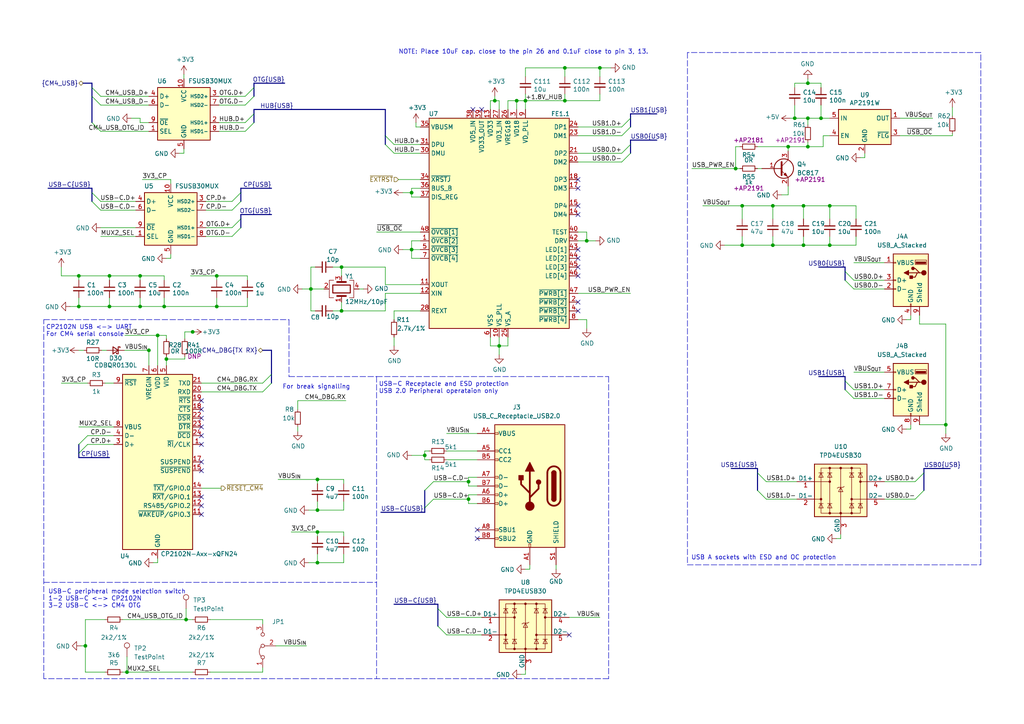
<source format=kicad_sch>
(kicad_sch (version 20211123) (generator eeschema)
  (paper "A4")
  (title_block (title "USB 2.0 host/USB 2.0 device") (date "2022-04-27") (rev "1.2b") (company "Nabu Casa") (comment 1 "www.nabucasa.com") (comment 2 "Yellow"))
  (bus_alias "I2C" (members "SDA" "SCL"))
  (bus_alias "CM4_USB" (members "CM4_USB_D+" "CM4_USB_D-" "CM4_USB_OTG_ID"))
  (bus_alias "USB" (members "D+" "D-"))
  (junction (at 215.265 71.12) (diameter 0.9144))
  (junction (at 31.75 80.01) (diameter 0.9144))
  (junction (at 92.075 139.065) (diameter 0.9144))
  (junction (at 40.64 80.01) (diameter 0.9144))
  (junction (at 149.86 29.21) (diameter 0.9144))
  (junction (at 213.36 48.895))
  (junction (at 22.86 88.9) (diameter 0.9144))
  (junction (at 215.265 59.69) (diameter 0.9144))
  (junction (at 233.045 71.12) (diameter 0.9144))
  (junction (at 119.38 55.88) (diameter 0.9144))
  (junction (at 24.765 187.325) (diameter 0.9144))
  (junction (at 240.665 59.69) (diameter 0.9144))
  (junction (at 53.975 179.705) (diameter 0.9144))
  (junction (at 234.315 24.13) (diameter 0.9144))
  (junction (at 92.075 154.305) (diameter 0.9144))
  (junction (at 224.155 71.12) (diameter 0.9144))
  (junction (at 92.075 147.955) (diameter 0.9144))
  (junction (at 228.6 42.545))
  (junction (at 173.99 19.685) (diameter 0.9144))
  (junction (at 45.72 97.282))
  (junction (at 234.315 42.545))
  (junction (at 230.505 34.29) (diameter 0.9144))
  (junction (at 135.89 144.78) (diameter 0.9144))
  (junction (at 143.51 29.21) (diameter 0.9144))
  (junction (at 43.18 101.6))
  (junction (at 233.045 59.69) (diameter 0.9144))
  (junction (at 62.865 88.9) (diameter 0.9144))
  (junction (at 144.78 100.33) (diameter 0.9144))
  (junction (at 90.17 83.82) (diameter 0.9144))
  (junction (at 99.06 90.17) (diameter 0.9144))
  (junction (at 119.38 72.39) (diameter 0.9144))
  (junction (at 152.4 29.21) (diameter 0.9144))
  (junction (at 123.19 132.08) (diameter 0.9144))
  (junction (at 135.89 139.7) (diameter 0.9144))
  (junction (at 40.64 88.9) (diameter 0.9144))
  (junction (at 170.18 69.85) (diameter 0.9144))
  (junction (at 55.88 96.266))
  (junction (at 238.125 34.29) (diameter 0.9144))
  (junction (at 31.75 88.9) (diameter 0.9144))
  (junction (at 99.06 77.47) (diameter 0.9144))
  (junction (at 48.26 104.14))
  (junction (at 240.665 71.12) (diameter 0.9144))
  (junction (at 224.155 59.69) (diameter 0.9144))
  (junction (at 47.625 88.9) (diameter 0.9144))
  (junction (at 274.32 123.19) (diameter 0.9144))
  (junction (at 163.83 19.685) (diameter 0.9144))
  (junction (at 92.075 163.195) (diameter 0.9144))
  (junction (at 36.83 194.945) (diameter 0.9144))
  (junction (at 163.83 29.21) (diameter 0.9144))
  (junction (at 234.315 34.29))
  (junction (at 62.865 80.01) (diameter 0.9144))
  (junction (at 22.86 80.01) (diameter 0.9144))
  (no_connect (at 167.64 77.47))
  (no_connect (at 138.43 153.67))
  (no_connect (at 167.64 87.63))
  (no_connect (at 138.43 156.21))
  (no_connect (at 167.64 90.17))
  (no_connect (at 58.42 126.365))
  (no_connect (at 58.42 116.205))
  (no_connect (at 58.42 118.745))
  (no_connect (at 58.42 121.285))
  (no_connect (at 58.42 123.825))
  (no_connect (at 58.42 128.905))
  (no_connect (at 58.42 133.985))
  (no_connect (at 58.42 136.525))
  (no_connect (at 58.42 144.145))
  (no_connect (at 58.42 146.685))
  (no_connect (at 58.42 149.225))
  (no_connect (at 167.64 54.61))
  (no_connect (at 167.64 80.01))
  (no_connect (at 165.1 184.15))
  (no_connect (at 139.7 31.75))
  (no_connect (at 137.16 31.75))
  (no_connect (at 167.64 72.39))
  (no_connect (at 167.64 74.93))
  (no_connect (at 167.64 52.07))
  (no_connect (at 167.64 62.23))
  (no_connect (at 167.64 59.69))
  (bus_entry (at 180.34 36.83) (size 2.54 -2.54) (stroke (width 0.1524)))
  (bus_entry (at 180.34 44.45) (size 2.54 -2.54) (stroke (width 0.1524)))
  (bus_entry (at 76.2 113.665) (size 2.54 -2.54) (stroke (width 0.1524)))
  (bus_entry (at 222.25 144.78) (size -2.54 -2.54) (stroke (width 0.1524)))
  (bus_entry (at 73.66 25.4) (size -2.54 2.54) (stroke (width 0.1524)))
  (bus_entry (at 180.34 46.99) (size 2.54 -2.54) (stroke (width 0.1524)))
  (bus_entry (at 69.85 63.5) (size -2.54 2.54) (stroke (width 0.1524)))
  (bus_entry (at 69.85 66.04) (size -2.54 2.54) (stroke (width 0.1524)))
  (bus_entry (at 123.19 142.24) (size 2.54 -2.54) (stroke (width 0.1524)))
  (bus_entry (at 265.43 144.78) (size 2.54 -2.54) (stroke (width 0.1524)))
  (bus_entry (at 26.67 27.94) (size 2.54 2.54) (stroke (width 0.1524)))
  (bus_entry (at 22.86 131.445) (size 2.54 -2.54) (stroke (width 0.1524)))
  (bus_entry (at 69.85 58.42) (size -2.54 2.54) (stroke (width 0.1524)))
  (bus_entry (at 123.19 147.32) (size 2.54 -2.54) (stroke (width 0.1524)))
  (bus_entry (at 222.25 139.7) (size -2.54 -2.54) (stroke (width 0.1524)))
  (bus_entry (at 69.85 55.88) (size -2.54 2.54) (stroke (width 0.1524)))
  (bus_entry (at 73.66 33.02) (size -2.54 2.54) (stroke (width 0.1524)))
  (bus_entry (at 26.67 58.42) (size 2.54 2.54) (stroke (width 0.1524)))
  (bus_entry (at 73.66 27.94) (size -2.54 2.54) (stroke (width 0.1524)))
  (bus_entry (at 127 181.61) (size 2.54 2.54) (stroke (width 0.1524)))
  (bus_entry (at 180.34 39.37) (size 2.54 -2.54) (stroke (width 0.1524)))
  (bus_entry (at 247.65 115.57) (size -2.54 -2.54) (stroke (width 0.1524)))
  (bus_entry (at 26.67 35.56) (size 2.54 2.54) (stroke (width 0.1524)))
  (bus_entry (at 247.65 83.82) (size -2.54 -2.54) (stroke (width 0.1524)))
  (bus_entry (at 26.67 55.88) (size 2.54 2.54) (stroke (width 0.1524)))
  (bus_entry (at 73.66 35.56) (size -2.54 2.54) (stroke (width 0.1524)))
  (bus_entry (at 111.76 41.91) (size 2.54 2.54) (stroke (width 0.1524)))
  (bus_entry (at 76.2 111.125) (size 2.54 -2.54) (stroke (width 0.1524)))
  (bus_entry (at 247.65 81.28) (size -2.54 -2.54) (stroke (width 0.1524)))
  (bus_entry (at 26.67 25.4) (size 2.54 2.54) (stroke (width 0.1524)))
  (bus_entry (at 247.65 113.03) (size -2.54 -2.54) (stroke (width 0.1524)))
  (bus_entry (at 127 176.53) (size 2.54 2.54) (stroke (width 0.1524)))
  (bus_entry (at 22.86 128.905) (size 2.54 -2.54) (stroke (width 0.1524)))
  (bus_entry (at 265.43 139.7) (size 2.54 -2.54) (stroke (width 0.1524)))
  (bus_entry (at 111.76 39.37) (size 2.54 2.54) (stroke (width 0.1524)))
  (wire (pts (xy 234.315 22.86) (xy 234.315 24.13)))
  (wire (pts (xy 167.64 46.99) (xy 180.34 46.99)))
  (wire (pts (xy 147.32 97.79) (xy 147.32 100.33)))
  (wire (pts (xy 147.32 100.33) (xy 144.78 100.33)))
  (wire (pts (xy 215.265 59.69) (xy 215.265 63.5)))
  (wire (pts (xy 58.42 141.605) (xy 64.135 141.605)))
  (wire (pts (xy 40.64 86.36) (xy 40.64 88.9)))
  (wire (pts (xy 147.32 29.21) (xy 149.86 29.21)))
  (wire (pts (xy 147.32 31.75) (xy 147.32 29.21)))
  (wire (pts (xy 149.86 29.21) (xy 149.86 31.75)))
  (wire (pts (xy 135.89 140.97) (xy 138.43 140.97)))
  (wire (pts (xy 260.985 39.37) (xy 276.225 39.37)))
  (wire (pts (xy 114.3 44.45) (xy 121.92 44.45)))
  (wire (pts (xy 86.36 116.205) (xy 100.33 116.205)))
  (wire (pts (xy 99.695 160.655) (xy 99.695 163.195)))
  (wire (pts (xy 119.38 72.39) (xy 121.92 72.39)))
  (wire (pts (xy 210.185 71.12) (xy 215.265 71.12)))
  (wire (pts (xy 23.495 187.325) (xy 24.765 187.325)))
  (wire (pts (xy 24.765 179.705) (xy 30.48 179.705)))
  (wire (pts (xy 24.765 187.325) (xy 24.765 179.705)))
  (wire (pts (xy 119.38 57.15) (xy 119.38 55.88)))
  (wire (pts (xy 121.92 57.15) (xy 119.38 57.15)))
  (wire (pts (xy 274.32 123.19) (xy 274.32 125.73)))
  (wire (pts (xy 240.665 59.69) (xy 240.665 63.5)))
  (wire (pts (xy 115.57 52.07) (xy 121.92 52.07)))
  (wire (pts (xy 144.78 100.33) (xy 144.78 102.87)))
  (wire (pts (xy 90.17 83.82) (xy 90.17 90.17)))
  (wire (pts (xy 116.84 55.88) (xy 119.38 55.88)))
  (wire (pts (xy 119.38 54.61) (xy 121.92 54.61)))
  (wire (pts (xy 119.38 55.88) (xy 119.38 54.61)))
  (wire (pts (xy 63.5 27.94) (xy 71.12 27.94)))
  (wire (pts (xy 152.4 29.21) (xy 163.83 29.21)))
  (wire (pts (xy 247.65 113.03) (xy 256.54 113.03)))
  (bus (pts (xy 245.11 77.47) (xy 237.49 77.47)))
  (wire (pts (xy 22.86 101.6) (xy 24.384 101.6)))
  (bus (pts (xy 182.88 33.02) (xy 182.88 34.29)))
  (bus (pts (xy 182.88 34.29) (xy 182.88 36.83)))
  (wire (pts (xy 219.71 48.895) (xy 220.98 48.895)))
  (wire (pts (xy 135.89 146.05) (xy 135.89 144.78)))
  (wire (pts (xy 48.26 103.378) (xy 48.26 104.14)))
  (wire (pts (xy 60.96 194.945) (xy 76.2 194.945)))
  (wire (pts (xy 76.2 194.945) (xy 76.2 193.675)))
  (wire (pts (xy 266.7 91.44) (xy 266.7 93.98)))
  (wire (pts (xy 71.755 88.9) (xy 71.755 86.36)))
  (wire (pts (xy 62.865 88.9) (xy 71.755 88.9)))
  (wire (pts (xy 47.625 88.9) (xy 62.865 88.9)))
  (wire (pts (xy 40.64 88.9) (xy 47.625 88.9)))
  (wire (pts (xy 129.54 130.81) (xy 138.43 130.81)))
  (wire (pts (xy 264.16 124.46) (xy 264.16 123.19)))
  (wire (pts (xy 167.64 44.45) (xy 180.34 44.45)))
  (wire (pts (xy 125.73 144.78) (xy 135.89 144.78)))
  (wire (pts (xy 47.625 81.28) (xy 47.625 80.01)))
  (wire (pts (xy 47.625 80.01) (xy 40.64 80.01)))
  (polyline (pts (xy 88.9 196.85) (xy 12.7 196.85)) (stroke (width 0) (type dash)))
  (wire (pts (xy 36.068 101.6) (xy 43.18 101.6)))
  (wire (pts (xy 29.21 38.1) (xy 43.18 38.1)))
  (wire (pts (xy 276.225 39.37) (xy 276.225 38.735)))
  (polyline (pts (xy 12.7 168.91) (xy 109.22 168.91)) (stroke (width 0) (type dash)))
  (wire (pts (xy 233.045 71.12) (xy 240.665 71.12)))
  (polyline (pts (xy 199.39 163.83) (xy 284.48 163.83)) (stroke (width 0) (type dash)))
  (wire (pts (xy 152.4 165.1) (xy 153.67 165.1)))
  (wire (pts (xy 96.52 77.47) (xy 99.06 77.47)))
  (wire (pts (xy 91.44 77.47) (xy 90.17 77.47)))
  (wire (pts (xy 43.18 101.6) (xy 43.307 101.6)))
  (bus (pts (xy 22.86 131.445) (xy 22.86 132.715)))
  (bus (pts (xy 22.86 128.905) (xy 22.86 131.445)))
  (wire (pts (xy 63.5 30.48) (xy 71.12 30.48)))
  (wire (pts (xy 173.99 19.685) (xy 163.83 19.685)))
  (wire (pts (xy 177.165 19.685) (xy 173.99 19.685)))
  (wire (pts (xy 152.4 19.685) (xy 152.4 22.225)))
  (wire (pts (xy 163.83 19.685) (xy 152.4 19.685)))
  (wire (pts (xy 22.86 123.825) (xy 33.02 123.825)))
  (wire (pts (xy 151.13 195.58) (xy 152.4 195.58)))
  (wire (pts (xy 62.865 80.01) (xy 71.755 80.01)))
  (wire (pts (xy 71.755 80.01) (xy 71.755 81.28)))
  (wire (pts (xy 55.245 80.01) (xy 62.865 80.01)))
  (wire (pts (xy 276.225 31.115) (xy 276.225 33.655)))
  (wire (pts (xy 119.38 72.39) (xy 119.38 74.93)))
  (wire (pts (xy 119.38 74.93) (xy 121.92 74.93)))
  (wire (pts (xy 119.38 132.08) (xy 123.19 132.08)))
  (polyline (pts (xy 83.82 109.22) (xy 109.22 109.22)) (stroke (width 0) (type dash)))
  (polyline (pts (xy 83.82 92.71) (xy 83.82 109.22)) (stroke (width 0) (type dash)))
  (wire (pts (xy 99.695 155.575) (xy 99.695 154.305)))
  (wire (pts (xy 114.3 41.91) (xy 121.92 41.91)))
  (wire (pts (xy 249.555 45.72) (xy 250.825 45.72)))
  (wire (pts (xy 99.06 87.63) (xy 99.06 90.17)))
  (wire (pts (xy 152.4 27.305) (xy 152.4 29.21)))
  (wire (pts (xy 52.07 44.45) (xy 53.34 44.45)))
  (wire (pts (xy 25.4 111.125) (xy 17.78 111.125)))
  (wire (pts (xy 214.63 48.895) (xy 213.36 48.895)))
  (wire (pts (xy 200.66 48.895) (xy 213.36 48.895)))
  (wire (pts (xy 96.52 90.17) (xy 99.06 90.17)))
  (wire (pts (xy 138.43 143.51) (xy 135.89 143.51)))
  (wire (pts (xy 31.75 80.01) (xy 31.75 81.28)))
  (wire (pts (xy 215.265 71.12) (xy 224.155 71.12)))
  (wire (pts (xy 92.075 154.305) (xy 92.075 155.575)))
  (wire (pts (xy 153.67 165.1) (xy 153.67 163.83)))
  (wire (pts (xy 170.18 69.85) (xy 172.72 69.85)))
  (wire (pts (xy 29.21 66.04) (xy 39.37 66.04)))
  (wire (pts (xy 89.535 147.955) (xy 92.075 147.955)))
  (wire (pts (xy 152.4 29.21) (xy 149.86 29.21)))
  (wire (pts (xy 152.4 31.75) (xy 152.4 29.21)))
  (wire (pts (xy 121.92 67.31) (xy 109.22 67.31)))
  (wire (pts (xy 167.64 92.71) (xy 170.18 92.71)))
  (wire (pts (xy 48.26 98.298) (xy 48.26 97.282)))
  (wire (pts (xy 121.92 82.55) (xy 111.76 82.55)))
  (wire (pts (xy 215.265 59.69) (xy 224.155 59.69)))
  (bus (pts (xy 111.76 31.75) (xy 111.76 39.37)))
  (bus (pts (xy 111.76 39.37) (xy 111.76 41.91)))
  (wire (pts (xy 49.53 52.07) (xy 49.53 53.34)))
  (wire (pts (xy 99.695 145.415) (xy 99.695 147.955)))
  (wire (pts (xy 45.72 97.282) (xy 48.26 97.282)))
  (polyline (pts (xy 12.7 92.71) (xy 83.82 92.71)) (stroke (width 0) (type dash)))
  (wire (pts (xy 99.06 90.17) (xy 111.76 90.17)))
  (wire (pts (xy 53.34 21.59) (xy 53.34 22.86)))
  (wire (pts (xy 229.235 34.29) (xy 230.505 34.29)))
  (wire (pts (xy 129.54 184.15) (xy 139.7 184.15)))
  (wire (pts (xy 248.285 71.12) (xy 248.285 68.58)))
  (wire (pts (xy 230.505 30.48) (xy 230.505 34.29)))
  (wire (pts (xy 173.99 179.07) (xy 165.1 179.07)))
  (wire (pts (xy 230.505 24.13) (xy 230.505 25.4)))
  (wire (pts (xy 59.69 66.04) (xy 67.31 66.04)))
  (wire (pts (xy 99.06 77.47) (xy 99.06 80.01)))
  (wire (pts (xy 53.34 44.45) (xy 53.34 43.18)))
  (wire (pts (xy 17.78 80.01) (xy 22.86 80.01)))
  (wire (pts (xy 247.65 115.57) (xy 256.54 115.57)))
  (wire (pts (xy 114.3 90.17) (xy 121.92 90.17)))
  (wire (pts (xy 142.24 29.21) (xy 143.51 29.21)))
  (wire (pts (xy 142.24 31.75) (xy 142.24 29.21)))
  (wire (pts (xy 143.51 29.21) (xy 144.78 29.21)))
  (wire (pts (xy 144.78 29.21) (xy 144.78 31.75)))
  (wire (pts (xy 92.075 160.655) (xy 92.075 163.195)))
  (wire (pts (xy 266.7 123.19) (xy 274.32 123.19)))
  (wire (pts (xy 41.275 52.07) (xy 49.53 52.07)))
  (wire (pts (xy 224.155 71.12) (xy 233.045 71.12)))
  (wire (pts (xy 161.29 163.83) (xy 161.29 165.1)))
  (bus (pts (xy 182.88 40.64) (xy 182.88 41.91)))
  (bus (pts (xy 182.88 41.91) (xy 182.88 44.45)))
  (wire (pts (xy 39.37 58.42) (xy 29.21 58.42)))
  (wire (pts (xy 247.65 83.82) (xy 256.54 83.82)))
  (polyline (pts (xy 176.53 196.85) (xy 88.9 196.85)) (stroke (width 0) (type dash)))
  (bus (pts (xy 26.67 54.61) (xy 13.97 54.61)))
  (polyline (pts (xy 284.48 163.83) (xy 284.48 15.24)) (stroke (width 0) (type dash)))
  (wire (pts (xy 22.86 86.36) (xy 22.86 88.9)))
  (wire (pts (xy 59.69 68.58) (xy 67.31 68.58)))
  (bus (pts (xy 245.11 109.22) (xy 237.49 109.22)))
  (wire (pts (xy 58.42 113.665) (xy 76.2 113.665)))
  (wire (pts (xy 29.464 101.6) (xy 30.988 101.6)))
  (wire (pts (xy 247.65 107.95) (xy 256.54 107.95)))
  (wire (pts (xy 119.38 69.85) (xy 121.92 69.85)))
  (wire (pts (xy 116.84 72.39) (xy 119.38 72.39)))
  (wire (pts (xy 119.38 72.39) (xy 119.38 69.85)))
  (wire (pts (xy 123.19 132.08) (xy 123.19 133.35)))
  (bus (pts (xy 73.66 31.75) (xy 111.76 31.75)))
  (bus (pts (xy 26.67 24.13) (xy 26.67 25.4)))
  (bus (pts (xy 26.67 25.4) (xy 26.67 27.94)))
  (bus (pts (xy 26.67 27.94) (xy 26.67 35.56)))
  (wire (pts (xy 248.285 59.69) (xy 240.665 59.69)))
  (wire (pts (xy 99.695 140.335) (xy 99.695 139.065)))
  (wire (pts (xy 240.665 71.12) (xy 248.285 71.12)))
  (wire (pts (xy 203.835 59.69) (xy 215.265 59.69)))
  (wire (pts (xy 92.075 139.065) (xy 92.075 140.335)))
  (wire (pts (xy 144.78 97.79) (xy 144.78 100.33)))
  (wire (pts (xy 243.84 156.21) (xy 243.84 154.94)))
  (wire (pts (xy 90.17 90.17) (xy 91.44 90.17)))
  (wire (pts (xy 30.48 111.125) (xy 33.02 111.125)))
  (wire (pts (xy 29.21 27.94) (xy 43.18 27.94)))
  (wire (pts (xy 260.985 34.29) (xy 270.51 34.29)))
  (bus (pts (xy 69.85 54.61) (xy 78.74 54.61)))
  (wire (pts (xy 238.125 25.4) (xy 238.125 24.13)))
  (wire (pts (xy 40.64 34.29) (xy 38.1 34.29)))
  (wire (pts (xy 262.89 124.46) (xy 264.16 124.46)))
  (wire (pts (xy 143.51 27.94) (xy 143.51 29.21)))
  (wire (pts (xy 36.195 97.282) (xy 45.72 97.282)))
  (wire (pts (xy 45.72 97.282) (xy 45.72 106.045)))
  (wire (pts (xy 40.64 80.01) (xy 31.75 80.01)))
  (wire (pts (xy 123.19 130.81) (xy 123.19 132.08)))
  (wire (pts (xy 163.83 29.21) (xy 163.83 27.305)))
  (wire (pts (xy 234.315 24.13) (xy 230.505 24.13)))
  (wire (pts (xy 129.54 179.07) (xy 139.7 179.07)))
  (wire (pts (xy 36.83 190.5) (xy 36.83 194.945)))
  (wire (pts (xy 167.64 67.31) (xy 170.18 67.31)))
  (wire (pts (xy 170.18 67.31) (xy 170.18 69.85)))
  (wire (pts (xy 274.32 93.98) (xy 274.32 123.19)))
  (wire (pts (xy 173.99 19.685) (xy 173.99 22.225)))
  (wire (pts (xy 20.32 88.9) (xy 22.86 88.9)))
  (wire (pts (xy 111.76 82.55) (xy 111.76 77.47)))
  (bus (pts (xy 69.85 62.23) (xy 78.74 62.23)))
  (wire (pts (xy 265.43 139.7) (xy 256.54 139.7)))
  (wire (pts (xy 80.645 139.065) (xy 92.075 139.065)))
  (wire (pts (xy 228.6 56.515) (xy 226.695 56.515)))
  (wire (pts (xy 152.4 195.58) (xy 152.4 194.31)))
  (wire (pts (xy 123.19 133.35) (xy 124.46 133.35)))
  (wire (pts (xy 86.36 123.825) (xy 86.36 125.095)))
  (wire (pts (xy 238.125 24.13) (xy 234.315 24.13)))
  (wire (pts (xy 40.64 35.56) (xy 40.64 34.29)))
  (wire (pts (xy 222.25 144.78) (xy 231.14 144.78)))
  (wire (pts (xy 238.125 30.48) (xy 238.125 34.29)))
  (wire (pts (xy 264.16 92.71) (xy 264.16 91.44)))
  (bus (pts (xy 73.66 24.13) (xy 73.66 25.4)))
  (bus (pts (xy 73.66 25.4) (xy 73.66 27.94)))
  (wire (pts (xy 242.57 156.21) (xy 243.84 156.21)))
  (wire (pts (xy 135.89 144.78) (xy 135.89 143.51)))
  (wire (pts (xy 48.26 106.045) (xy 48.26 104.14)))
  (bus (pts (xy 267.97 135.89) (xy 275.59 135.89)))
  (bus (pts (xy 26.67 54.61) (xy 26.67 55.88)))
  (bus (pts (xy 26.67 55.88) (xy 26.67 58.42)))
  (wire (pts (xy 234.315 41.275) (xy 234.315 42.545)))
  (polyline (pts (xy 109.22 109.22) (xy 176.53 109.22)) (stroke (width 0) (type dash)))
  (wire (pts (xy 49.53 74.93) (xy 49.53 73.66)))
  (wire (pts (xy 99.695 154.305) (xy 92.075 154.305)))
  (wire (pts (xy 121.92 36.83) (xy 120.65 36.83)))
  (wire (pts (xy 248.285 63.5) (xy 248.285 59.69)))
  (wire (pts (xy 219.71 42.545) (xy 228.6 42.545)))
  (polyline (pts (xy 109.22 109.22) (xy 109.22 196.85)) (stroke (width 0) (type dash)))
  (wire (pts (xy 266.7 93.98) (xy 274.32 93.98)))
  (wire (pts (xy 33.02 126.365) (xy 25.4 126.365)))
  (wire (pts (xy 62.865 86.36) (xy 62.865 88.9)))
  (wire (pts (xy 129.54 133.35) (xy 138.43 133.35)))
  (wire (pts (xy 234.315 42.545) (xy 238.76 42.545)))
  (wire (pts (xy 228.6 42.545) (xy 234.315 42.545)))
  (wire (pts (xy 228.6 43.815) (xy 228.6 42.545)))
  (wire (pts (xy 238.76 39.37) (xy 240.665 39.37)))
  (wire (pts (xy 238.76 42.545) (xy 238.76 39.37)))
  (wire (pts (xy 58.42 111.125) (xy 76.2 111.125)))
  (bus (pts (xy 219.71 135.89) (xy 212.09 135.89)))
  (bus (pts (xy 219.71 135.89) (xy 219.71 137.16)))
  (bus (pts (xy 219.71 137.16) (xy 219.71 142.24)))
  (wire (pts (xy 120.65 35.56) (xy 120.65 36.83)))
  (wire (pts (xy 22.86 80.01) (xy 22.86 81.28)))
  (wire (pts (xy 33.02 128.905) (xy 25.4 128.905)))
  (wire (pts (xy 167.64 36.83) (xy 180.34 36.83)))
  (wire (pts (xy 63.5 35.56) (xy 71.12 35.56)))
  (wire (pts (xy 92.075 145.415) (xy 92.075 147.955)))
  (wire (pts (xy 224.155 59.69) (xy 224.155 63.5)))
  (wire (pts (xy 84.455 154.305) (xy 92.075 154.305)))
  (wire (pts (xy 56.388 96.266) (xy 55.88 96.266)))
  (wire (pts (xy 138.43 138.43) (xy 135.89 138.43)))
  (wire (pts (xy 40.64 80.01) (xy 40.64 81.28)))
  (wire (pts (xy 29.21 30.48) (xy 43.18 30.48)))
  (wire (pts (xy 247.65 81.28) (xy 256.54 81.28)))
  (wire (pts (xy 43.18 101.6) (xy 43.18 106.045)))
  (wire (pts (xy 135.89 140.97) (xy 135.89 139.7)))
  (wire (pts (xy 125.73 139.7) (xy 135.89 139.7)))
  (wire (pts (xy 87.63 83.82) (xy 90.17 83.82)))
  (wire (pts (xy 215.265 68.58) (xy 215.265 71.12)))
  (bus (pts (xy 69.85 62.23) (xy 69.85 63.5)))
  (bus (pts (xy 69.85 63.5) (xy 69.85 66.04)))
  (wire (pts (xy 247.65 76.2) (xy 256.54 76.2)))
  (bus (pts (xy 267.97 135.89) (xy 267.97 137.16)))
  (bus (pts (xy 267.97 137.16) (xy 267.97 142.24)))
  (wire (pts (xy 114.3 92.71) (xy 114.3 90.17)))
  (wire (pts (xy 35.56 179.705) (xy 53.975 179.705)))
  (wire (pts (xy 53.975 179.705) (xy 55.88 179.705)))
  (wire (pts (xy 99.06 77.47) (xy 111.76 77.47)))
  (wire (pts (xy 224.155 68.58) (xy 224.155 71.12)))
  (wire (pts (xy 88.9 187.325) (xy 80.01 187.325)))
  (wire (pts (xy 135.89 139.7) (xy 135.89 138.43)))
  (wire (pts (xy 53.975 176.53) (xy 53.975 179.705)))
  (wire (pts (xy 228.6 53.975) (xy 228.6 56.515)))
  (wire (pts (xy 111.76 85.09) (xy 111.76 90.17)))
  (wire (pts (xy 39.37 60.96) (xy 29.21 60.96)))
  (bus (pts (xy 123.19 148.59) (xy 110.49 148.59)))
  (wire (pts (xy 31.75 86.36) (xy 31.75 88.9)))
  (bus (pts (xy 127 175.26) (xy 114.3 175.26)))
  (wire (pts (xy 163.83 19.685) (xy 163.83 22.225)))
  (wire (pts (xy 167.64 85.09) (xy 182.88 85.09)))
  (wire (pts (xy 59.69 60.96) (xy 67.31 60.96)))
  (wire (pts (xy 63.5 38.1) (xy 71.12 38.1)))
  (wire (pts (xy 92.075 147.955) (xy 99.695 147.955)))
  (wire (pts (xy 76.2 179.705) (xy 60.96 179.705)))
  (wire (pts (xy 76.2 180.975) (xy 76.2 179.705)))
  (wire (pts (xy 29.21 68.58) (xy 39.37 68.58)))
  (wire (pts (xy 124.46 130.81) (xy 123.19 130.81)))
  (bus (pts (xy 24.13 24.13) (xy 26.67 24.13)))
  (wire (pts (xy 240.665 68.58) (xy 240.665 71.12)))
  (wire (pts (xy 238.125 34.29) (xy 240.665 34.29)))
  (wire (pts (xy 234.315 34.29) (xy 234.315 36.195)))
  (wire (pts (xy 62.865 80.01) (xy 62.865 81.28)))
  (wire (pts (xy 222.25 139.7) (xy 231.14 139.7)))
  (bus (pts (xy 182.88 40.64) (xy 190.5 40.64)))
  (wire (pts (xy 89.535 163.195) (xy 92.075 163.195)))
  (bus (pts (xy 245.11 109.22) (xy 245.11 110.49)))
  (bus (pts (xy 245.11 110.49) (xy 245.11 113.03)))
  (wire (pts (xy 230.505 34.29) (xy 234.315 34.29)))
  (wire (pts (xy 234.315 34.29) (xy 238.125 34.29)))
  (bus (pts (xy 22.86 132.715) (xy 31.75 132.715)))
  (wire (pts (xy 121.92 85.09) (xy 111.76 85.09)))
  (wire (pts (xy 170.18 69.85) (xy 167.64 69.85)))
  (wire (pts (xy 55.88 96.266) (xy 53.594 96.266)))
  (bus (pts (xy 245.11 77.47) (xy 245.11 78.74)))
  (bus (pts (xy 245.11 78.74) (xy 245.11 81.28)))
  (wire (pts (xy 35.56 194.945) (xy 36.83 194.945)))
  (wire (pts (xy 36.83 194.945) (xy 55.88 194.945)))
  (wire (pts (xy 167.64 39.37) (xy 180.34 39.37)))
  (wire (pts (xy 265.43 144.78) (xy 256.54 144.78)))
  (bus (pts (xy 73.66 31.75) (xy 73.66 33.02)))
  (bus (pts (xy 73.66 33.02) (xy 73.66 35.56)))
  (wire (pts (xy 53.594 104.14) (xy 53.594 103.378)))
  (wire (pts (xy 99.695 139.065) (xy 92.075 139.065)))
  (wire (pts (xy 233.045 59.69) (xy 240.665 59.69)))
  (wire (pts (xy 170.18 92.71) (xy 170.18 95.25)))
  (wire (pts (xy 104.14 83.82) (xy 105.41 83.82)))
  (wire (pts (xy 92.075 163.195) (xy 99.695 163.195)))
  (polyline (pts (xy 176.53 109.22) (xy 176.53 196.85)) (stroke (width 0) (type dash)))
  (wire (pts (xy 90.17 83.82) (xy 93.98 83.82)))
  (bus (pts (xy 69.85 54.61) (xy 69.85 55.88)))
  (bus (pts (xy 69.85 55.88) (xy 69.85 58.42)))
  (wire (pts (xy 17.78 80.01) (xy 17.78 77.47)))
  (wire (pts (xy 262.89 92.71) (xy 264.16 92.71)))
  (wire (pts (xy 47.625 86.36) (xy 47.625 88.9)))
  (polyline (pts (xy 12.7 196.85) (xy 12.7 92.71)) (stroke (width 0) (type dash)))
  (wire (pts (xy 142.24 97.79) (xy 142.24 100.33)))
  (wire (pts (xy 142.24 100.33) (xy 144.78 100.33)))
  (bus (pts (xy 182.88 33.02) (xy 190.5 33.02)))
  (wire (pts (xy 224.155 59.69) (xy 233.045 59.69)))
  (bus (pts (xy 78.74 108.585) (xy 78.74 111.125)))
  (bus (pts (xy 78.74 101.6) (xy 78.74 108.585)))
  (bus (pts (xy 76.2 101.6) (xy 78.74 101.6)))
  (bus (pts (xy 73.66 24.13) (xy 82.55 24.13)))
  (wire (pts (xy 173.99 29.21) (xy 163.83 29.21)))
  (wire (pts (xy 173.99 27.305) (xy 173.99 29.21)))
  (wire (pts (xy 48.26 74.93) (xy 49.53 74.93)))
  (wire (pts (xy 86.36 116.205) (xy 86.36 118.745)))
  (wire (pts (xy 233.045 59.69) (xy 233.045 63.5)))
  (wire (pts (xy 135.89 146.05) (xy 138.43 146.05)))
  (polyline (pts (xy 284.48 15.24) (xy 199.39 15.24)) (stroke (width 0) (type dash)))
  (wire (pts (xy 43.18 35.56) (xy 40.64 35.56)))
  (wire (pts (xy 129.54 125.73) (xy 138.43 125.73)))
  (wire (pts (xy 214.63 42.545) (xy 213.36 42.545)))
  (wire (pts (xy 213.36 42.545) (xy 213.36 48.895)))
  (polyline (pts (xy 199.39 15.24) (xy 199.39 163.83)) (stroke (width 0) (type dash)))
  (wire (pts (xy 45.72 163.195) (xy 45.72 161.925)))
  (wire (pts (xy 250.825 45.72) (xy 250.825 44.45)))
  (wire (pts (xy 48.26 104.14) (xy 53.594 104.14)))
  (wire (pts (xy 44.45 163.195) (xy 45.72 163.195)))
  (wire (pts (xy 233.045 68.58) (xy 233.045 71.12)))
  (wire (pts (xy 53.594 96.266) (xy 53.594 98.298)))
  (wire (pts (xy 22.86 88.9) (xy 31.75 88.9)))
  (bus (pts (xy 123.19 142.24) (xy 123.19 147.32)))
  (bus (pts (xy 123.19 147.32) (xy 123.19 148.59)))
  (wire (pts (xy 22.86 80.01) (xy 31.75 80.01)))
  (wire (pts (xy 59.69 58.42) (xy 67.31 58.42)))
  (wire (pts (xy 30.48 194.945) (xy 24.765 194.945)))
  (wire (pts (xy 24.765 194.945) (xy 24.765 187.325)))
  (wire (pts (xy 114.3 97.79) (xy 114.3 100.33)))
  (bus (pts (xy 127 175.26) (xy 127 176.53)))
  (bus (pts (xy 127 176.53) (xy 127 181.61)))
  (wire (pts (xy 31.75 88.9) (xy 40.64 88.9)))
  (wire (pts (xy 90.17 77.47) (xy 90.17 83.82)))
  (text "USB-C Receptacle and ESD protection\nUSB 2.0 Peripheral operataion only" (at 109.855 114.3 0) (effects (font (size 1.27 1.27)) (justify left bottom)))
  (text "USB-C peripheral mode selection switch\n1-2 USB-C <-> CP2102N\n3-2 USB-C <-> CM4 OTG" (at 13.97 176.53 0) (effects (font (size 1.27 1.27)) (justify left bottom)))
  (text "USB A sockets with ESD and OC protection" (at 242.57 162.56 180) (effects (font (size 1.27 1.27)) (justify right bottom)))
  (text "CP2102N USB <-> UART\nFor CM4 serial console" (at 13.335 97.79 0) (effects (font (size 1.27 1.27)) (justify left bottom)))
  (text "NOTE: Place 10uF cap. close to the pin 26 and 0.1uF close to pin 3, 13." (at 115.57 15.875 0) (effects (font (size 1.27 1.27)) (justify left bottom)))
  (text "For break signalling" (at 81.915 113.03 0) (effects (font (size 1.27 1.27)) (justify left bottom)))
  (label "USB-C.D-" (at 39.37 60.96 180))
  (label "CP.D-" (at 59.69 60.96 0))
  (label "OTG.D+" (at 59.69 66.04 0))
  (label "3V3_CP" (at 55.245 80.01 0))
  (label "VBUS_{IN}" (at 173.99 179.07 180))
  (label "CP.D+" (at 59.69 58.42 0))
  (label "~{USB_OC}" (at 270.51 39.37 180))
  (label "VBUS_{OUT}" (at 203.835 59.69 0))
  (label "VBUS_{OUT}" (at 247.65 107.95 0))
  (label "USB0.D+" (at 247.65 81.28 0))
  (label "HUB.D+" (at 63.5 35.56 0))
  (label "CP.D+" (at 32.385 128.905 180))
  (label "VBUS_{IN}" (at 88.9 187.325 180))
  (label "USB1.D+" (at 247.65 113.03 0))
  (label "CM4_USB_D-" (at 30.48 30.48 0))
  (label "~{USB_OC}" (at 109.22 67.31 0))
  (label "CM4_DBG.RX" (at 62.865 111.125 0))
  (label "VBUS_{IN}" (at 80.645 139.065 0))
  (label "USB-C.D+" (at 129.54 179.07 0))
  (label "3V3_CP" (at 41.275 52.07 0))
  (label "USB-C.D+" (at 125.73 144.78 0))
  (label "USB1.D-" (at 222.25 144.78 0))
  (label "OTG.D+" (at 63.5 27.94 0))
  (label "USB1.D+" (at 222.25 139.7 0))
  (label "HUB.D-" (at 63.5 38.1 0))
  (label "3V3_CP" (at 17.78 111.125 0))
  (label "VBUS_{IN}" (at 129.54 125.73 0))
  (label "MUX2_SEL" (at 22.86 123.825 0))
  (label "USB1.D-" (at 180.34 39.37 180))
  (label "USB0{USB}" (at 245.11 77.47 180))
  (label "+1.8V_HUB" (at 152.4 29.21 0))
  (label "CP.D-" (at 32.385 126.365 180))
  (label "USB0.D+" (at 180.34 44.45 180))
  (label "USB_PWR_EN" (at 200.66 48.895 0))
  (label "USB-C.D-" (at 125.73 139.7 0))
  (label "OTG.D-" (at 63.5 30.48 0))
  (label "CP{USB}" (at 78.74 54.61 180))
  (label "3V3_CP" (at 36.195 97.282 0))
  (label "OTG{USB}" (at 78.74 62.23 180))
  (label "USB0.D+" (at 265.43 139.7 180))
  (label "CM4_USB_OTG_ID" (at 36.83 179.705 0))
  (label "HUB{USB}" (at 85.09 31.75 180))
  (label "MUX2_SEL" (at 36.83 194.945 0))
  (label "CM4_USB_OTG_ID" (at 41.91 38.1 180))
  (label "USB1{USB}" (at 219.71 135.89 180))
  (label "3V3_CP" (at 84.455 154.305 0))
  (label "OTG.D-" (at 59.69 68.58 0))
  (label "USB0{USB}" (at 182.88 40.64 0))
  (label "USB-C{USB}" (at 114.3 175.26 0))
  (label "USB1{USB}" (at 182.88 33.02 0))
  (label "USB1.D+" (at 180.34 36.83 180))
  (label "CM4_USB_D+" (at 30.48 27.94 0))
  (label "HUB.D-" (at 114.3 44.45 0))
  (label "USB-C{USB}" (at 13.97 54.61 0))
  (label "USB1.D-" (at 247.65 115.57 0))
  (label "MUX2_SEL" (at 29.21 68.58 0))
  (label "USB0.D-" (at 265.43 144.78 180))
  (label "USB0.D-" (at 247.65 83.82 0))
  (label "VBUS_{IN}" (at 36.195 101.6 0))
  (label "CP{USB}" (at 31.75 132.715 180))
  (label "VBUS_{OUT}" (at 270.51 34.29 180))
  (label "USB1{USB}" (at 245.11 109.22 180))
  (label "HUB.D+" (at 114.3 41.91 0))
  (label "USB0{USB}" (at 267.97 135.89 0))
  (label "USB_PWR_EN" (at 182.88 85.09 180))
  (label "CM4_DBG.RX" (at 100.33 116.205 180))
  (label "USB-C.D-" (at 129.54 184.15 0))
  (label "USB-C.D+" (at 39.37 58.42 180))
  (label "OTG{USB}" (at 82.55 24.13 180))
  (label "VBUS_{OUT}" (at 247.65 76.2 0))
  (label "CM4_DBG.TX" (at 62.865 113.665 0))
  (label "USB0.D-" (at 180.34 46.99 180))
  (label "USB-C{USB}" (at 110.49 148.59 0))
  (hierarchical_label "~{EXTRST}" (shape input) (at 115.57 52.07 180))
  (hierarchical_label "{CM4_USB}" (shape bidirectional) (at 24.13 24.13 180))
  (hierarchical_label "~{RESET_CM4}" (shape output) (at 64.135 141.605 0))
  (hierarchical_label "CM4_DBG{TX RX}" (shape bidirectional) (at 76.2 101.6 180))
  (symbol (lib_id "Device:R_Small") (at 127 133.35 90) (mirror x) (unit 1)
    (property "Reference" "R14" (at 127 135.7568 90))
    (property "Value" "5k1" (at 130.81 134.728 90))
    (property "Footprint" "Resistor_SMD:R_0402_1005Metric" (effects hide))
  )
  (symbol (lib_id "power:+3V3") (at 143.51 27.94 0) (unit 1)
    (property "Reference" "#PWR041" (effects hide))
    (property "Value" "+3V3" (at 143.8783 23.6156 0))
  )
  (symbol (lib_id "power:GND") (at 234.315 22.86 180) (unit 1)
    (property "Reference" "#PWR046" (effects hide))
    (property "Value" "GND" (at 234.2007 18.5356 0))
  )
  (symbol (lib_id "power:+3V3") (at 53.34 21.59 0) (unit 1)
    (property "Reference" "#PWR025" (effects hide))
    (property "Value" "+3V3" (at 53.7083 17.2656 0))
  )
  (symbol (lib_id "power:GND") (at 274.32 125.73 0) (unit 1)
    (property "Reference" "#PWR049" (effects hide))
    (property "Value" "GND" (at 274.4343 130.0544 0))
  )
  (symbol (lib_id "Connector:TestPoint") (at 53.975 176.53 0) (unit 1) (in_bom no)
    (property "Reference" "TP3" (at 56.007 174.0534 0) (effects (justify left)))
    (property "Value" "TestPoint" (at 56.007 176.5934 0) (effects (justify left)))
    (property "Footprint" "TestPoint:TestPoint_Pad_D1.0mm" (effects hide))
  )
  (symbol (lib_id "Device:R_Small") (at 58.42 194.945 270) (unit 1)
    (property "Reference" "R7" (at 58.42 192.2718 90))
    (property "Value" "2k2/1%" (at 58.42 189.973 90))
    (property "Footprint" "Resistor_SMD:R_0402_1005Metric" (effects hide))
  )
  (symbol (lib_id "Device:C_Small") (at 92.075 158.115 0) (unit 1)
    (property "Reference" "C10" (at 94.3992 156.9656 0) (effects (justify left)))
    (property "Value" "4u7" (at 94.399 159.264 0) (effects (justify left)))
    (property "Footprint" "Capacitor_SMD:C_0402_1005Metric" (effects hide))
  )
  (symbol (lib_id "Device:R_Small") (at 33.02 194.945 270) (unit 1)
    (property "Reference" "R5" (at 33.02 192.2718 90))
    (property "Value" "3k6" (at 33.02 189.973 90))
    (property "Footprint" "Resistor_SMD:R_0402_1005Metric" (effects hide))
  )
  (symbol (lib_id "Jumper:Jumper_3_Bridged12") (at 76.2 187.325 90) (unit 1)
    (property "Reference" "JP1" (at 82.55 180.3399 90) (effects (justify left)))
    (property "Value" "Conn_01x03_Male" (effects hide))
    (property "Footprint" "Connector_PinHeader_2.54mm:PinHeader_1x03_P2.54mm_Vertical" (effects hide))
    (property "Manufacturer" "Adam Tech" (effects hide))
    (property "PartNumber" "PH1-03-UA" (effects hide))
  )
  (symbol (lib_name "FSUSB30MUX_1") (lib_id "Yellow:FSUSB30MUX") (at 53.34 33.02 0) (unit 1)
    (property "Reference" "U6" (at 46.99 23.495 0))
    (property "Value" "FSUSB30MUX" (at 60.96 23.495 0))
    (property "Footprint" "Package_SO:MSOP-10_3x3mm_P0.5mm" (effects hide))
    (property "Datasheet" "https://www.onsemi.com/pdf/datasheet/fsusb30-d.pdf" (effects hide))
    (property "Manufacturer" "ON Semiconductor" (effects hide))
    (property "PartNumber" "FSUSB30MUX" (effects hide))
  )
  (symbol (lib_id "power:+3V3") (at 22.86 101.6 90) (unit 1)
    (property "Reference" "#PWR0163" (effects hide))
    (property "Value" "+3V3" (at 17.526 101.6 90))
  )
  (symbol (lib_id "Device:C_Small") (at 92.075 142.875 0) (unit 1)
    (property "Reference" "C9" (at 94.3992 141.7256 0) (effects (justify left)))
    (property "Value" "4u7" (at 94.399 144.024 0) (effects (justify left)))
    (property "Footprint" "Capacitor_SMD:C_0402_1005Metric" (effects hide))
  )
  (symbol (lib_id "Device:C_Small") (at 152.4 24.765 0) (unit 1)
    (property "Reference" "C111" (at 154.7242 23.6156 0) (effects (justify left)))
    (property "Value" "10u" (at 154.724 25.914 0) (effects (justify left)))
    (property "Footprint" "Capacitor_SMD:C_0805_2012Metric" (effects hide))
  )
  (symbol (lib_id "Device:C_Small") (at 22.86 83.82 0) (unit 1)
    (property "Reference" "C1" (at 25.1842 82.6706 0) (effects (justify left)))
    (property "Value" "100n" (at 25.184 84.969 0) (effects (justify left)))
    (property "Footprint" "Capacitor_SMD:C_0402_1005Metric" (effects hide))
  )
  (symbol (lib_id "power:+3V3") (at 55.88 96.266 270) (unit 1)
    (property "Reference" "#PWR02" (effects hide))
    (property "Value" "+3V3" (at 61.214 96.266 90))
  )
  (symbol (lib_id "power:GND") (at 170.18 95.25 0) (unit 1)
    (property "Reference" "#PWR0208" (effects hide))
    (property "Value" "GND" (at 170.2943 99.5744 0))
  )
  (symbol (lib_id "power:GND") (at 226.695 56.515 270) (unit 1)
    (property "Reference" "#PWR0161" (effects hide))
    (property "Value" "GND" (at 223.52 56.6293 90) (effects (justify right)))
  )
  (symbol (lib_id "Device:C_Small") (at 163.83 24.765 0) (unit 1)
    (property "Reference" "C112" (at 166.1542 23.6156 0) (effects (justify left)))
    (property "Value" "100n" (at 166.154 25.914 0) (effects (justify left)))
    (property "Footprint" "Capacitor_SMD:C_0402_1005Metric" (effects hide))
  )
  (symbol (lib_id "Device:R_Small") (at 58.42 179.705 270) (unit 1)
    (property "Reference" "R6" (at 58.42 182.1118 90))
    (property "Value" "2k2/1%" (at 58.42 184.893 90))
    (property "Footprint" "Resistor_SMD:R_0402_1005Metric" (effects hide))
  )
  (symbol (lib_id "power:GND") (at 172.72 69.85 90) (unit 1)
    (property "Reference" "#PWR0207" (effects hide))
    (property "Value" "GND" (at 175.895 69.7357 90) (effects (justify right)))
  )
  (symbol (lib_id "Device:R_Small") (at 27.94 111.125 90) (unit 1)
    (property "Reference" "R3" (at 27.94 108.7182 90))
    (property "Value" "1k" (at 27.94 113.557 90))
    (property "Footprint" "Resistor_SMD:R_0402_1005Metric" (effects hide))
  )
  (symbol (lib_id "Device:C_Small") (at 62.865 83.82 0) (unit 1)
    (property "Reference" "C4" (at 65.1892 82.6706 0) (effects (justify left)))
    (property "Value" "100n" (at 65.189 84.969 0) (effects (justify left)))
    (property "Footprint" "Capacitor_SMD:C_0402_1005Metric" (effects hide))
  )
  (symbol (lib_id "power:GND") (at 151.13 195.58 270) (unit 1)
    (property "Reference" "#PWR042" (effects hide))
    (property "Value" "GND" (at 147.955 195.6943 90) (effects (justify right)))
  )
  (symbol (lib_id "Device:C_Small") (at 31.75 83.82 0) (unit 1)
    (property "Reference" "C3" (at 34.0742 82.6706 0) (effects (justify left)))
    (property "Value" "100n" (at 34.074 84.969 0) (effects (justify left)))
    (property "Footprint" "Capacitor_SMD:C_0402_1005Metric" (effects hide))
  )
  (symbol (lib_id "power:GND") (at 152.4 165.1 270) (unit 1)
    (property "Reference" "#PWR043" (effects hide))
    (property "Value" "GND" (at 149.225 165.2143 90) (effects (justify right)))
  )
  (symbol (lib_id "Device:C_Small") (at 224.155 66.04 0) (unit 1)
    (property "Reference" "C18" (at 226.4792 64.8906 0) (effects (justify left)))
    (property "Value" "47u" (at 226.479 67.189 0) (effects (justify left)))
    (property "Footprint" "Capacitor_SMD:C_0805_2012Metric" (effects hide))
  )
  (symbol (lib_id "Transistor_BJT:BC817") (at 226.06 48.895 0) (unit 1)
    (property "Reference" "Q4" (at 231.14 47.6249 0) (effects (justify left)))
    (property "Value" "BC817" (at 231.14 50.1649 0) (effects (justify left)))
    (property "Footprint" "Package_TO_SOT_SMD:SOT-23" (effects hide))
    (property "Datasheet" "https://www.onsemi.com/pub/Collateral/BC818-D.pdf" (effects hide))
    (property "Config" "+AP2191" (at 234.95 52.07 0))
    (property "Manufacturer" "Nexperia USA" (effects hide))
    (property "PartNumber" "BC817-25,215" (effects hide))
  )
  (symbol (lib_id "power:GND") (at 262.89 124.46 270) (unit 1)
    (property "Reference" "#PWR053" (effects hide))
    (property "Value" "GND" (at 259.715 124.5743 90) (effects (justify right)))
  )
  (symbol (lib_id "power:GND") (at 119.38 132.08 270) (mirror x) (unit 1)
    (property "Reference" "#PWR039" (effects hide))
    (property "Value" "GND" (at 116.205 131.9657 90) (effects (justify right)))
  )
  (symbol (lib_id "Device:C_Small") (at 99.695 142.875 0) (unit 1)
    (property "Reference" "C11" (at 102.0192 141.7256 0) (effects (justify left)))
    (property "Value" "100n" (at 102.019 144.024 0) (effects (justify left)))
    (property "Footprint" "Capacitor_SMD:C_0402_1005Metric" (effects hide))
  )
  (symbol (lib_id "power:+3V3") (at 120.65 35.56 0) (unit 1)
    (property "Reference" "#PWR038" (effects hide))
    (property "Value" "+3V3" (at 121.0183 31.2356 0))
  )
  (symbol (lib_id "Device:R_Small") (at 217.17 48.895 270) (unit 1)
    (property "Reference" "R55" (at 217.17 51.3018 90))
    (property "Value" "1k" (at 217.17 52.813 90))
    (property "Footprint" "Resistor_SMD:R_0402_1005Metric" (effects hide))
    (property "Config" "+AP2191" (at 217.17 54.61 90))
  )
  (symbol (lib_id "power:GND") (at 89.535 147.955 270) (unit 1)
    (property "Reference" "#PWR030" (effects hide))
    (property "Value" "GND" (at 86.36 148.0693 90) (effects (justify right)))
  )
  (symbol (lib_id "power:GND") (at 242.57 156.21 270) (unit 1)
    (property "Reference" "#PWR051" (effects hide))
    (property "Value" "GND" (at 239.395 156.3243 90) (effects (justify right)))
  )
  (symbol (lib_id "power:GND") (at 20.32 88.9 270) (unit 1)
    (property "Reference" "#PWR019" (effects hide))
    (property "Value" "GND" (at 17.145 89.0143 90) (effects (justify right)))
  )
  (symbol (lib_id "power:GND") (at 161.29 165.1 0) (unit 1)
    (property "Reference" "#PWR0174" (effects hide))
    (property "Value" "GND" (at 163.322 168.656 0) (effects (justify right)))
  )
  (symbol (lib_name "Yellow:USB_A_Stacked_1") (lib_id "Yellow:USB_A_Stacked") (at 264.16 81.28 0) (mirror y) (unit 1)
    (property "Reference" "J4" (at 261.62 68.58 0))
    (property "Value" "USB_A_Stacked" (at 261.62 71.12 0))
    (property "Footprint" "Connector_USB:USB_A_Wuerth_61400826021_Horizontal_Stacked" (effects hide))
    (property "Datasheet" " ~" (effects hide))
    (property "Manufacturer" "Molex" (effects hide))
    (property "PartNumber" "67298-4090" (effects hide))
  )
  (symbol (lib_id "power:GND") (at 89.535 163.195 270) (unit 1)
    (property "Reference" "#PWR031" (effects hide))
    (property "Value" "GND" (at 86.36 163.3093 90) (effects (justify right)))
  )
  (symbol (lib_id "Device:R_Small") (at 48.26 100.838 180) (unit 1)
    (property "Reference" "R28" (at 50.8 100.076 0))
    (property "Value" "0R" (at 50.8 101.854 0))
    (property "Footprint" "Resistor_SMD:R_0402_1005Metric" (effects hide))
  )
  (symbol (lib_id "power:GND") (at 116.84 72.39 270) (unit 1)
    (property "Reference" "#PWR034" (effects hide))
    (property "Value" "GND" (at 113.665 72.5043 90) (effects (justify right)))
  )
  (symbol (lib_id "Device:R_Small") (at 234.315 38.735 180) (unit 1)
    (property "Reference" "R61" (at 231.9082 36.195 0))
    (property "Value" "10k" (at 231.667 38.735 0))
    (property "Footprint" "Resistor_SMD:R_0402_1005Metric" (effects hide))
    (property "Config" "+AP2191" (at 229.235 40.64 0))
  )
  (symbol (lib_id "Device:R_Small") (at 276.225 36.195 180) (unit 1)
    (property "Reference" "R62" (at 273.8182 33.655 0))
    (property "Value" "10k" (at 273.577 36.195 0))
    (property "Footprint" "Resistor_SMD:R_0402_1005Metric" (effects hide))
  )
  (symbol (lib_id "Yellow:USB_A_Stacked") (at 264.16 113.03 0) (mirror y) (unit 2)
    (property "Reference" "J4" (at 261.62 100.33 0))
    (property "Value" "USB_A_Stacked" (at 261.62 102.87 0))
    (property "Footprint" "Connector_USB:USB_A_Wuerth_61400826021_Horizontal_Stacked" (effects hide))
    (property "Datasheet" " ~" (effects hide))
    (property "Manufacturer" "Molex" (effects hide))
    (property "PartNumber" "67298-4090" (effects hide))
  )
  (symbol (lib_id "Device:R_Small") (at 86.36 121.285 180) (unit 1)
    (property "Reference" "R8" (at 83.9532 118.745 0))
    (property "Value" "10k" (at 83.712 121.285 0))
    (property "Footprint" "Resistor_SMD:R_0402_1005Metric" (effects hide))
  )
  (symbol (lib_id "Device:R_Small") (at 127 130.81 90) (mirror x) (unit 1)
    (property "Reference" "R13" (at 127 128.1368 90))
    (property "Value" "5k1" (at 130.81 129.648 90))
    (property "Footprint" "Resistor_SMD:R_0402_1005Metric" (effects hide))
  )
  (symbol (lib_id "Device:D_Schottky_Small") (at 33.528 101.6 0) (mirror y) (unit 1)
    (property "Reference" "D30" (at 33.528 103.886 0))
    (property "Value" "CDBQR0130L" (at 33.528 105.918 0))
    (property "Footprint" "Diode_SMD:D_0402_1005Metric" (effects hide))
    (property "Datasheet" "https://www.comchiptech.com/admin/files/product/CDBQR0130L-HF-RevD.pdf" (effects hide))
    (property "Manufacturer" "Comchip Technology" (effects hide))
    (property "PartNumber" "CDBQR0130L" (effects hide))
  )
  (symbol (lib_id "power:GND") (at 52.07 44.45 270) (unit 1)
    (property "Reference" "#PWR026" (effects hide))
    (property "Value" "GND" (at 48.895 44.5643 90) (effects (justify right)))
  )
  (symbol (lib_id "Connector:TestPoint") (at 36.83 190.5 0) (unit 1) (in_bom no)
    (property "Reference" "TP2" (at 38.862 188.0234 0) (effects (justify left)))
    (property "Value" "TestPoint" (at 38.862 190.5634 0) (effects (justify left)))
    (property "Footprint" "TestPoint:TestPoint_Pad_D1.0mm" (effects hide))
  )
  (symbol (lib_id "power:GND") (at 262.89 92.71 270) (unit 1)
    (property "Reference" "#PWR052" (effects hide))
    (property "Value" "GND" (at 259.715 92.8243 90) (effects (justify right)))
  )
  (symbol (lib_id "power:GND") (at 48.26 74.93 270) (unit 1)
    (property "Reference" "#PWR024" (effects hide))
    (property "Value" "GND" (at 45.085 75.0443 90) (effects (justify right)))
  )
  (symbol (lib_id "power:GND") (at 177.165 19.685 90) (unit 1)
    (property "Reference" "#PWR036" (effects hide))
    (property "Value" "GND" (at 180.34 19.5707 90) (effects (justify right)))
  )
  (symbol (lib_id "Device:C_Small") (at 233.045 66.04 0) (unit 1)
    (property "Reference" "C19" (at 235.3692 64.8906 0) (effects (justify left)))
    (property "Value" "10u" (at 235.369 67.189 0) (effects (justify left)))
    (property "Footprint" "Capacitor_SMD:C_0805_2012Metric" (effects hide))
  )
  (symbol (lib_id "Device:R_Small") (at 217.17 42.545 270) (unit 1)
    (property "Reference" "R54" (at 217.17 44.9518 90))
    (property "Value" "0R" (at 217.17 46.463 90))
    (property "Footprint" "Resistor_SMD:R_0402_1005Metric" (effects hide))
    (property "Config" "+AP2181" (at 217.17 40.64 90))
  )
  (symbol (lib_id "power:+3V3") (at 17.78 77.47 0) (unit 1)
    (property "Reference" "#PWR018" (effects hide))
    (property "Value" "+3V3" (at 18.1483 73.1456 0))
  )
  (symbol (lib_id "Power_Management:AP2171W") (at 250.825 36.83 0) (unit 1)
    (property "Reference" "U9" (at 250.825 27.5398 0))
    (property "Value" "AP2191W" (at 250.825 29.8385 0))
    (property "Footprint" "Package_TO_SOT_SMD:SOT-23-5" (effects hide))
    (property "Datasheet" "https://www.diodes.com/assets/Datasheets/AP2181_91.pdf" (effects hide))
    (property "Manufacturer" "Diodes Incorporated" (effects hide))
    (property "PartNumber" "AP2191WG-7" (effects hide))
  )
  (symbol (lib_id "power:GND") (at 38.1 34.29 270) (unit 1)
    (property "Reference" "#PWR022" (effects hide))
    (property "Value" "GND" (at 34.925 34.4043 90) (effects (justify right)))
  )
  (symbol (lib_id "Device:C_Small") (at 173.99 24.765 0) (unit 1)
    (property "Reference" "C113" (at 176.3142 23.6156 0) (effects (justify left)))
    (property "Value" "100n" (at 176.314 25.914 0) (effects (justify left)))
    (property "Footprint" "Capacitor_SMD:C_0402_1005Metric" (effects hide))
  )
  (symbol (lib_id "Yellow:TPD4EUSB30") (at 243.84 142.24 0) (unit 1)
    (property "Reference" "U10" (at 243.84 129.54 0))
    (property "Value" "TPD4EUSB30" (at 243.84 132.08 0))
    (property "Footprint" "Package_SON:USON-10_2.5x1.0mm_P0.5mm" (effects hide))
    (property "Datasheet" "http://www.ti.com/lit/ds/symlink/tpd2eusb30a.pdf" (effects hide))
    (property "Manufacturer" "Texas Instruments" (effects hide))
    (property "PartNumber" "TPD4EUSB30DQAR" (effects hide))
  )
  (symbol (lib_id "power:GND") (at 249.555 45.72 270) (unit 1)
    (property "Reference" "#PWR050" (effects hide))
    (property "Value" "GND" (at 246.38 45.8343 90) (effects (justify right)))
  )
  (symbol (lib_id "power:GND") (at 114.3 100.33 0) (unit 1)
    (property "Reference" "#PWR0209" (effects hide))
    (property "Value" "GND" (at 114.4143 104.6544 0))
  )
  (symbol (lib_id "Device:C_Small") (at 47.625 83.82 0) (unit 1)
    (property "Reference" "C2" (at 49.9492 82.6706 0) (effects (justify left)))
    (property "Value" "100n" (at 49.949 84.969 0) (effects (justify left)))
    (property "Footprint" "Capacitor_SMD:C_0402_1005Metric" (effects hide))
  )
  (symbol (lib_id "power:GND") (at 86.36 125.095 0) (unit 1)
    (property "Reference" "#PWR029" (effects hide))
    (property "Value" "GND" (at 86.4743 129.4194 0))
  )
  (symbol (lib_id "Yellow:FE1.1") (at 144.78 64.77 0) (unit 1)
    (property "Reference" "U7" (at 125.73 33.02 0))
    (property "Value" "FE1.1" (at 162.56 33.02 0))
    (property "Footprint" "Package_QFP:TQFP-48_7x7mm_P0.5mm" (effects hide))
    (property "Datasheet" "https://elinux.org/images/e/ee/FE11-datasheet.pdf" (effects hide))
    (property "Manufacturer" "Terminus Tech" (effects hide))
    (property "PartNumber" "FE1.1" (effects hide))
  )
  (symbol (lib_id "Device:C_Small") (at 71.755 83.82 0) (unit 1)
    (property "Reference" "C6" (at 74.0792 82.6706 0) (effects (justify left)))
    (property "Value" "1u" (at 74.079 84.969 0) (effects (justify left)))
    (property "Footprint" "Capacitor_SMD:C_0402_1005Metric" (effects hide))
  )
  (symbol (lib_id "Device:R_Small") (at 114.3 95.25 180) (unit 1)
    (property "Reference" "R11" (at 116.9732 92.71 0))
    (property "Value" "2.7k/1%" (at 119.272 95.25 0))
    (property "Footprint" "Resistor_SMD:R_0402_1005Metric" (effects hide))
  )
  (symbol (lib_id "Device:R_Small") (at 53.594 100.838 180) (unit 1)
    (property "Reference" "R41" (at 56.134 100.076 0))
    (property "Value" "100R" (at 56.134 101.854 0))
    (property "Footprint" "Resistor_SMD:R_0402_1005Metric" (effects hide))
    (property "Config" "DNP" (at 56.388 103.378 0))
  )
  (symbol (lib_id "power:GND") (at 44.45 163.195 270) (unit 1)
    (property "Reference" "#PWR023" (effects hide))
    (property "Value" "GND" (at 41.275 163.3093 90) (effects (justify right)))
  )
  (symbol (lib_id "Device:C_Small") (at 93.98 90.17 270) (unit 1)
    (property "Reference" "C8" (at 91.44 92.0177 90))
    (property "Value" "10p" (at 96.52 91.776 90))
    (property "Footprint" "Capacitor_SMD:C_0402_1005Metric" (effects hide))
  )
  (symbol (lib_id "power:GND") (at 29.21 66.04 270) (unit 1)
    (property "Reference" "#PWR021" (effects hide))
    (property "Value" "GND" (at 26.035 66.1543 90) (effects (justify right)))
  )
  (symbol (lib_id "power:GND") (at 105.41 83.82 90) (unit 1)
    (property "Reference" "#PWR033" (effects hide))
    (property "Value" "GND" (at 108.5851 83.7057 90) (effects (justify right)))
  )
  (symbol (lib_id "Device:C_Small") (at 40.64 83.82 0) (unit 1)
    (property "Reference" "C5" (at 42.9642 82.6706 0) (effects (justify left)))
    (property "Value" "10u" (at 42.964 84.969 0) (effects (justify left)))
    (property "Footprint" "Capacitor_SMD:C_0805_2012Metric" (effects hide))
  )
  (symbol (lib_id "Device:C_Small") (at 215.265 66.04 0) (unit 1)
    (property "Reference" "C17" (at 217.5892 64.8906 0) (effects (justify left)))
    (property "Value" "47u" (at 217.589 67.189 0) (effects (justify left)))
    (property "Footprint" "Capacitor_SMD:C_0805_2012Metric" (effects hide))
  )
  (symbol (lib_id "power:+3V3") (at 276.225 31.115 0) (unit 1)
    (property "Reference" "#PWR0162" (effects hide))
    (property "Value" "+3V3" (at 276.5933 26.7906 0))
  )
  (symbol (lib_id "Device:C_Small") (at 240.665 66.04 0) (unit 1)
    (property "Reference" "C20" (at 242.9892 64.8906 0) (effects (justify left)))
    (property "Value" "10u" (at 242.989 67.189 0) (effects (justify left)))
    (property "Footprint" "Capacitor_SMD:C_0805_2012Metric" (effects hide))
  )
  (symbol (lib_id "power:GND") (at 144.78 102.87 0) (unit 1)
    (property "Reference" "#PWR0205" (effects hide))
    (property "Value" "GND" (at 144.8943 107.1944 0))
  )
  (symbol (lib_id "Connector:USB_C_Receptacle_USB2.0") (at 153.67 140.97 0) (mirror y) (unit 1)
    (property "Reference" "J3" (at 149.86 118.11 0))
    (property "Value" "USB_C_Receptacle_USB2.0" (at 149.86 120.65 0))
    (property "Footprint" "Connector_USB:USB_C_Receptacle_HRO_TYPE-C-31-M-12" (effects hide))
    (property "Datasheet" "https://www.usb.org/sites/default/files/documents/usb_type-c.zip" (effects hide))
    (property "Manufacturer" "HRO" (effects hide))
    (property "PartNumber" "TYPE-C-31-M-12" (effects hide))
  )
  (symbol (lib_id "Device:C_Small") (at 93.98 77.47 270) (unit 1)
    (property "Reference" "C7" (at 96.52 72.9677 90))
    (property "Value" "10p" (at 96.52 75.266 90))
    (property "Footprint" "Capacitor_SMD:C_0402_1005Metric" (effects hide))
  )
  (symbol (lib_id "Device:R_Small") (at 26.924 101.6 90) (unit 1)
    (property "Reference" "R27" (at 26.924 99.314 90))
    (property "Value" "10R" (at 26.924 104.032 90))
    (property "Footprint" "Resistor_SMD:R_0402_1005Metric" (effects hide))
  )
  (symbol (lib_id "Interface_USB:CP2102N-Axx-xQFN24") (at 45.72 133.985 0) (unit 1)
    (property "Reference" "U4" (at 36.195 161.29 0))
    (property "Value" "CP2102N-Axx-xQFN24" (at 57.785 160.655 0))
    (property "Footprint" "Package_DFN_QFN:QFN-24-1EP_4x4mm_P0.5mm_EP2.6x2.6mm" (effects hide))
    (property "Datasheet" "https://www.silabs.com/documents/public/data-sheets/cp2102n-datasheet.pdf" (effects hide))
    (property "Manufacturer" "Silicon Laboratories" (effects hide))
    (property "PartNumber" "CP2102N-A02-GQFN24" (effects hide))
  )
  (symbol (lib_id "power:+3V3") (at 116.84 55.88 90) (unit 1)
    (property "Reference" "#PWR0206" (effects hide))
    (property "Value" "+3V3" (at 111.2456 55.5117 90))
  )
  (symbol (lib_id "power:GND") (at 87.63 83.82 270) (unit 1)
    (property "Reference" "#PWR028" (effects hide))
    (property "Value" "GND" (at 84.455 83.9343 90) (effects (justify right)))
  )
  (symbol (lib_id "Device:C_Small") (at 238.125 27.94 0) (unit 1)
    (property "Reference" "C15" (at 240.4492 26.7906 0) (effects (justify left)))
    (property "Value" "100n" (at 240.449 29.089 0) (effects (justify left)))
    (property "Footprint" "Capacitor_SMD:C_0402_1005Metric" (effects hide))
  )
  (symbol (lib_id "Yellow:FSUSB30MUX") (at 49.53 63.5 0) (unit 1)
    (property "Reference" "U5" (at 43.18 53.975 0))
    (property "Value" "FSUSB30MUX" (at 57.15 53.975 0))
    (property "Footprint" "Package_SO:MSOP-10_3x3mm_P0.5mm" (effects hide))
    (property "Datasheet" "https://www.onsemi.com/pdf/datasheet/fsusb30-d.pdf" (effects hide))
    (property "Manufacturer" "ON Semiconductor" (effects hide))
    (property "PartNumber" "FSUSB30MUX" (effects hide))
  )
  (symbol (lib_id "Device:C_Small") (at 230.505 27.94 0) (unit 1)
    (property "Reference" "C14" (at 232.8292 26.7906 0) (effects (justify left)))
    (property "Value" "10u" (at 232.829 29.089 0) (effects (justify left)))
    (property "Footprint" "Capacitor_SMD:C_0805_2012Metric" (effects hide))
  )
  (symbol (lib_id "power:+5V") (at 229.235 34.29 90) (unit 1)
    (property "Reference" "#PWR045" (effects hide))
    (property "Value" "+5V" (at 226.06 33.9217 90) (effects (justify left)))
  )
  (symbol (lib_id "Device:C_Small") (at 99.695 158.115 0) (unit 1)
    (property "Reference" "C12" (at 102.0192 156.9656 0) (effects (justify left)))
    (property "Value" "100n" (at 102.019 159.264 0) (effects (justify left)))
    (property "Footprint" "Capacitor_SMD:C_0402_1005Metric" (effects hide))
  )
  (symbol (lib_id "Device:C_Small") (at 248.285 66.04 0) (unit 1)
    (property "Reference" "C21" (at 250.6092 64.8906 0) (effects (justify left)))
    (property "Value" "100n" (at 250.609 67.189 0) (effects (justify left)))
    (property "Footprint" "Capacitor_SMD:C_0402_1005Metric" (effects hide))
  )
  (symbol (lib_id "power:GND") (at 23.495 187.325 270) (unit 1)
    (property "Reference" "#PWR020" (effects hide))
    (property "Value" "GND" (at 20.32 187.4393 90) (effects (justify right)))
  )
  (symbol (lib_id "Device:Crystal_GND24") (at 99.06 83.82 90) (unit 1)
    (property "Reference" "Y1" (at 100.0761 80.1306 90) (effects (justify right)))
    (property "Value" "12MHz{slash}10pF" (at 100.076 87.509 90) (effects (justify right)))
    (property "Footprint" "Crystal:Crystal_SMD_3225-4Pin_3.2x2.5mm" (effects hide))
    (property "Datasheet" "https://datasheet.lcsc.com/lcsc/2103291134_Yangxing-Tech-X322512MMB4SI_C50430.pdf" (effects hide))
    (property "Manufacturer" "Yangxing Tech" (effects hide))
    (property "PartNumber" "X322512MMB4SI" (effects hide))
  )
  (symbol (lib_id "power:GND") (at 210.185 71.12 270) (unit 1)
    (property "Reference" "#PWR047" (effects hide))
    (property "Value" "GND" (at 207.01 71.2343 90) (effects (justify right)))
  )
  (symbol (lib_name "Yellow:TPD4EUSB30_1") (lib_id "Yellow:TPD4EUSB30") (at 152.4 181.61 0) (unit 1)
    (property "Reference" "U8" (at 152.4 168.91 0))
    (property "Value" "TPD4EUSB30" (at 152.4 171.45 0))
    (property "Footprint" "Package_SON:USON-10_2.5x1.0mm_P0.5mm" (effects hide))
    (property "Datasheet" "http://www.ti.com/lit/ds/symlink/tpd2eusb30a.pdf" (effects hide))
    (property "Manufacturer" "Texas Instruments" (effects hide))
    (property "PartNumber" "TPD4EUSB30DQAR" (effects hide))
  )
  (symbol (lib_id "Device:R_Small") (at 33.02 179.705 270) (unit 1)
    (property "Reference" "R4" (at 33.02 182.1118 90))
    (property "Value" "2k2/1%" (at 33.02 184.893 90))
    (property "Footprint" "Resistor_SMD:R_0402_1005Metric" (effects hide))
  )
)
</source>
